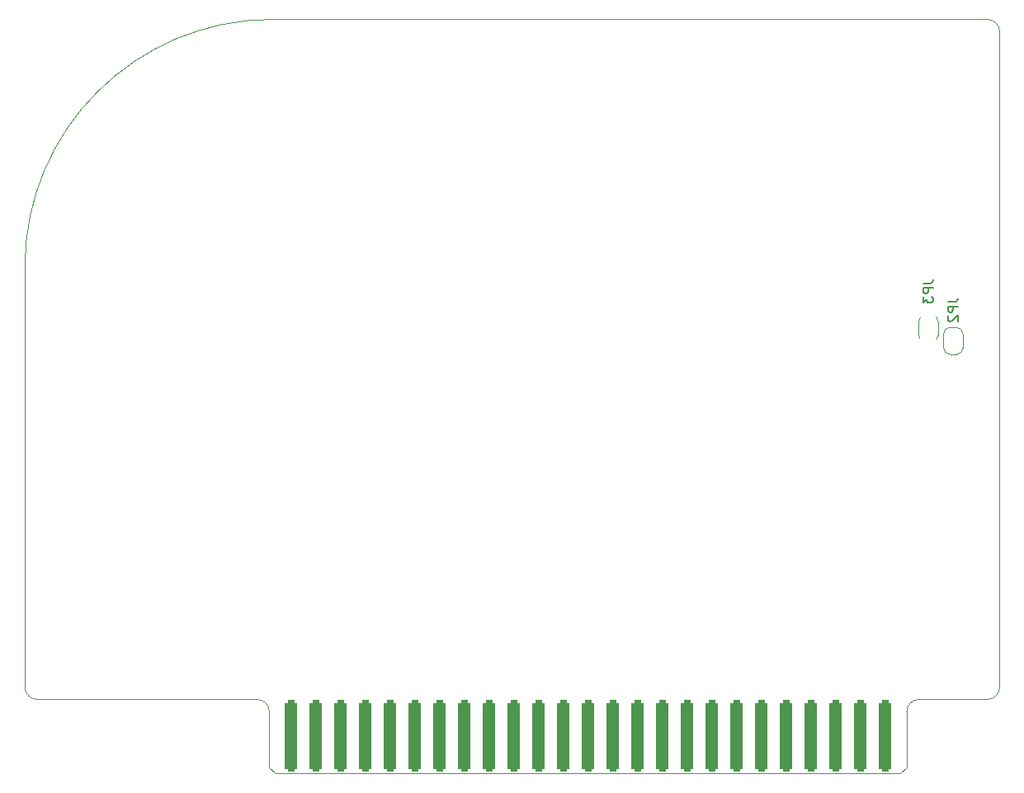
<source format=gbo>
G04 #@! TF.GenerationSoftware,KiCad,Pcbnew,7.0.2-0*
G04 #@! TF.CreationDate,2023-09-02T14:44:00-07:00*
G04 #@! TF.ProjectId,LanguageCard,4c616e67-7561-4676-9543-6172642e6b69,2*
G04 #@! TF.SameCoordinates,Original*
G04 #@! TF.FileFunction,Legend,Bot*
G04 #@! TF.FilePolarity,Positive*
%FSLAX46Y46*%
G04 Gerber Fmt 4.6, Leading zero omitted, Abs format (unit mm)*
G04 Created by KiCad (PCBNEW 7.0.2-0) date 2023-09-02 14:44:00*
%MOMM*%
%LPD*%
G01*
G04 APERTURE LIST*
G04 Aperture macros list*
%AMRoundRect*
0 Rectangle with rounded corners*
0 $1 Rounding radius*
0 $2 $3 $4 $5 $6 $7 $8 $9 X,Y pos of 4 corners*
0 Add a 4 corners polygon primitive as box body*
4,1,4,$2,$3,$4,$5,$6,$7,$8,$9,$2,$3,0*
0 Add four circle primitives for the rounded corners*
1,1,$1+$1,$2,$3*
1,1,$1+$1,$4,$5*
1,1,$1+$1,$6,$7*
1,1,$1+$1,$8,$9*
0 Add four rect primitives between the rounded corners*
20,1,$1+$1,$2,$3,$4,$5,0*
20,1,$1+$1,$4,$5,$6,$7,0*
20,1,$1+$1,$6,$7,$8,$9,0*
20,1,$1+$1,$8,$9,$2,$3,0*%
%AMFreePoly0*
4,1,19,0.500000,-0.750000,0.000000,-0.750000,0.000000,-0.744911,-0.071157,-0.744911,-0.207708,-0.704816,-0.327430,-0.627875,-0.420627,-0.520320,-0.479746,-0.390866,-0.500000,-0.250000,-0.500000,0.250000,-0.479746,0.390866,-0.420627,0.520320,-0.327430,0.627875,-0.207708,0.704816,-0.071157,0.744911,0.000000,0.744911,0.000000,0.750000,0.500000,0.750000,0.500000,-0.750000,0.500000,-0.750000,
$1*%
%AMFreePoly1*
4,1,19,0.000000,0.744911,0.071157,0.744911,0.207708,0.704816,0.327430,0.627875,0.420627,0.520320,0.479746,0.390866,0.500000,0.250000,0.500000,-0.250000,0.479746,-0.390866,0.420627,-0.520320,0.327430,-0.627875,0.207708,-0.704816,0.071157,-0.744911,0.000000,-0.744911,0.000000,-0.750000,-0.500000,-0.750000,-0.500000,0.750000,0.000000,0.750000,0.000000,0.744911,0.000000,0.744911,
$1*%
G04 Aperture macros list end*
%ADD10C,0.150000*%
%ADD11C,0.120000*%
%ADD12R,1.700000X1.700000*%
%ADD13O,1.700000X1.700000*%
%ADD14FreePoly0,90.000000*%
%ADD15FreePoly1,90.000000*%
%ADD16C,2.500000*%
%ADD17R,2.500000X2.500000*%
%ADD18C,1.600000*%
%ADD19O,1.600000X1.600000*%
%ADD20FreePoly0,270.000000*%
%ADD21FreePoly1,270.000000*%
%ADD22R,1.600000X1.600000*%
%ADD23R,1.800000X1.800000*%
%ADD24O,1.800000X1.800000*%
%ADD25C,1.800000*%
%ADD26RoundRect,0.317500X-0.317500X-3.365500X0.317500X-3.365500X0.317500X3.365500X-0.317500X3.365500X0*%
G04 #@! TA.AperFunction,Profile*
%ADD27C,0.100000*%
G04 #@! TD*
G04 APERTURE END LIST*
D10*
X170277619Y-52506666D02*
X170991904Y-52506666D01*
X170991904Y-52506666D02*
X171134761Y-52459047D01*
X171134761Y-52459047D02*
X171230000Y-52363809D01*
X171230000Y-52363809D02*
X171277619Y-52220952D01*
X171277619Y-52220952D02*
X171277619Y-52125714D01*
X171277619Y-52982857D02*
X170277619Y-52982857D01*
X170277619Y-52982857D02*
X170277619Y-53363809D01*
X170277619Y-53363809D02*
X170325238Y-53459047D01*
X170325238Y-53459047D02*
X170372857Y-53506666D01*
X170372857Y-53506666D02*
X170468095Y-53554285D01*
X170468095Y-53554285D02*
X170610952Y-53554285D01*
X170610952Y-53554285D02*
X170706190Y-53506666D01*
X170706190Y-53506666D02*
X170753809Y-53459047D01*
X170753809Y-53459047D02*
X170801428Y-53363809D01*
X170801428Y-53363809D02*
X170801428Y-52982857D01*
X170277619Y-53887619D02*
X170277619Y-54506666D01*
X170277619Y-54506666D02*
X170658571Y-54173333D01*
X170658571Y-54173333D02*
X170658571Y-54316190D01*
X170658571Y-54316190D02*
X170706190Y-54411428D01*
X170706190Y-54411428D02*
X170753809Y-54459047D01*
X170753809Y-54459047D02*
X170849047Y-54506666D01*
X170849047Y-54506666D02*
X171087142Y-54506666D01*
X171087142Y-54506666D02*
X171182380Y-54459047D01*
X171182380Y-54459047D02*
X171230000Y-54411428D01*
X171230000Y-54411428D02*
X171277619Y-54316190D01*
X171277619Y-54316190D02*
X171277619Y-54030476D01*
X171277619Y-54030476D02*
X171230000Y-53935238D01*
X171230000Y-53935238D02*
X171182380Y-53887619D01*
X172817619Y-54411666D02*
X173531904Y-54411666D01*
X173531904Y-54411666D02*
X173674761Y-54364047D01*
X173674761Y-54364047D02*
X173770000Y-54268809D01*
X173770000Y-54268809D02*
X173817619Y-54125952D01*
X173817619Y-54125952D02*
X173817619Y-54030714D01*
X173817619Y-54887857D02*
X172817619Y-54887857D01*
X172817619Y-54887857D02*
X172817619Y-55268809D01*
X172817619Y-55268809D02*
X172865238Y-55364047D01*
X172865238Y-55364047D02*
X172912857Y-55411666D01*
X172912857Y-55411666D02*
X173008095Y-55459285D01*
X173008095Y-55459285D02*
X173150952Y-55459285D01*
X173150952Y-55459285D02*
X173246190Y-55411666D01*
X173246190Y-55411666D02*
X173293809Y-55364047D01*
X173293809Y-55364047D02*
X173341428Y-55268809D01*
X173341428Y-55268809D02*
X173341428Y-54887857D01*
X172912857Y-55840238D02*
X172865238Y-55887857D01*
X172865238Y-55887857D02*
X172817619Y-55983095D01*
X172817619Y-55983095D02*
X172817619Y-56221190D01*
X172817619Y-56221190D02*
X172865238Y-56316428D01*
X172865238Y-56316428D02*
X172912857Y-56364047D01*
X172912857Y-56364047D02*
X173008095Y-56411666D01*
X173008095Y-56411666D02*
X173103333Y-56411666D01*
X173103333Y-56411666D02*
X173246190Y-56364047D01*
X173246190Y-56364047D02*
X173817619Y-55792619D01*
X173817619Y-55792619D02*
X173817619Y-56411666D01*
D11*
X171815000Y-57850000D02*
X171815000Y-56450000D01*
X169815000Y-56450000D02*
X169815000Y-57850000D01*
X171115000Y-55750000D02*
X170515000Y-55750000D01*
X170515000Y-58550000D02*
X171115000Y-58550000D01*
X171815000Y-56450000D02*
G75*
G03*
X171115000Y-55750000I-700000J0D01*
G01*
X171115000Y-58550000D02*
G75*
G03*
X171815000Y-57850000I1J699999D01*
G01*
X169815000Y-57850000D02*
G75*
G03*
X170515000Y-58550000I699999J-1D01*
G01*
X170515000Y-55750000D02*
G75*
G03*
X169815000Y-56450000I0J-700000D01*
G01*
X172355000Y-57720000D02*
X172355000Y-59120000D01*
X174355000Y-59120000D02*
X174355000Y-57720000D01*
X173055000Y-59820000D02*
X173655000Y-59820000D01*
X173655000Y-57020000D02*
X173055000Y-57020000D01*
X172355000Y-59120000D02*
G75*
G03*
X173055000Y-59820000I700000J0D01*
G01*
X173055000Y-57020000D02*
G75*
G03*
X172355000Y-57720000I-1J-699999D01*
G01*
X174355000Y-57720000D02*
G75*
G03*
X173655000Y-57020000I-699999J1D01*
G01*
X173655000Y-59820000D02*
G75*
G03*
X174355000Y-59120000I0J700000D01*
G01*
%LPC*%
D10*
X168275000Y-102997000D02*
X103505000Y-102997000D01*
X103505000Y-95377000D01*
X168275000Y-95377000D01*
X168275000Y-102997000D01*
G36*
X168275000Y-102997000D02*
G01*
X103505000Y-102997000D01*
X103505000Y-95377000D01*
X168275000Y-95377000D01*
X168275000Y-102997000D01*
G37*
D12*
X170815000Y-60960000D03*
D13*
X168275000Y-60960000D03*
X170815000Y-58420000D03*
X168275000Y-58420000D03*
X170815000Y-55880000D03*
X168275000Y-55880000D03*
D14*
X170815000Y-57800000D03*
D15*
X170815000Y-56500000D03*
D16*
X163830000Y-53721000D03*
X163830000Y-58420000D03*
X163830000Y-63119000D03*
X160020000Y-53721000D03*
X160020000Y-58420000D03*
D17*
X160020000Y-63119000D03*
D16*
X176530000Y-55880000D03*
X176530000Y-60960000D03*
D18*
X140970000Y-63500000D03*
D19*
X140970000Y-53340000D03*
D20*
X173355000Y-57770000D03*
D21*
X173355000Y-59070000D03*
D22*
X95250000Y-49530000D03*
D19*
X95250000Y-52070000D03*
X95250000Y-54610000D03*
X95250000Y-57150000D03*
X95250000Y-59690000D03*
X95250000Y-62230000D03*
X95250000Y-64770000D03*
X95250000Y-67310000D03*
X95250000Y-69850000D03*
X95250000Y-72390000D03*
X95250000Y-74930000D03*
X95250000Y-77470000D03*
X95250000Y-80010000D03*
X95250000Y-82550000D03*
X102870000Y-82550000D03*
X102870000Y-80010000D03*
X102870000Y-77470000D03*
X102870000Y-74930000D03*
X102870000Y-72390000D03*
X102870000Y-69850000D03*
X102870000Y-67310000D03*
X102870000Y-64770000D03*
X102870000Y-62230000D03*
X102870000Y-59690000D03*
X102870000Y-57150000D03*
X102870000Y-54610000D03*
X102870000Y-52070000D03*
X102870000Y-49530000D03*
D18*
X158750000Y-29210000D03*
D19*
X158750000Y-39370000D03*
D18*
X168910000Y-29210000D03*
D19*
X168910000Y-39370000D03*
D18*
X137160000Y-63500000D03*
D19*
X137160000Y-53340000D03*
D22*
X135890000Y-74930000D03*
D19*
X138430000Y-74930000D03*
X140970000Y-74930000D03*
X143510000Y-74930000D03*
X146050000Y-74930000D03*
X148590000Y-74930000D03*
X151130000Y-74930000D03*
X151130000Y-67310000D03*
X148590000Y-67310000D03*
X146050000Y-67310000D03*
X143510000Y-67310000D03*
X140970000Y-67310000D03*
X138430000Y-67310000D03*
X135890000Y-67310000D03*
D22*
X135890000Y-49530000D03*
D19*
X138430000Y-49530000D03*
X140970000Y-49530000D03*
X143510000Y-49530000D03*
X146050000Y-49530000D03*
X148590000Y-49530000D03*
X151130000Y-49530000D03*
X151130000Y-41910000D03*
X148590000Y-41910000D03*
X146050000Y-41910000D03*
X143510000Y-41910000D03*
X140970000Y-41910000D03*
X138430000Y-41910000D03*
X135890000Y-41910000D03*
D18*
X148590000Y-53340000D03*
D19*
X148590000Y-63500000D03*
D18*
X148590000Y-29210000D03*
D19*
X148590000Y-39370000D03*
D23*
X100330000Y-29210000D03*
D24*
X100330000Y-36830000D03*
D19*
X124460000Y-49530000D03*
X124460000Y-52070000D03*
X124460000Y-54610000D03*
X124460000Y-57150000D03*
X124460000Y-59690000D03*
X124460000Y-62230000D03*
X124460000Y-64770000D03*
X124460000Y-67310000D03*
X124460000Y-69850000D03*
X124460000Y-72390000D03*
X124460000Y-74930000D03*
X124460000Y-77470000D03*
X124460000Y-80010000D03*
X124460000Y-82550000D03*
X109220000Y-82550000D03*
X109220000Y-80010000D03*
X109220000Y-77470000D03*
X109220000Y-74930000D03*
X109220000Y-72390000D03*
X109220000Y-69850000D03*
X109220000Y-67310000D03*
X109220000Y-64770000D03*
X109220000Y-62230000D03*
X109220000Y-59690000D03*
X109220000Y-57150000D03*
X109220000Y-54610000D03*
X109220000Y-52070000D03*
D22*
X109220000Y-49530000D03*
D18*
X175895000Y-40620000D03*
X175895000Y-38120000D03*
X130830000Y-77470000D03*
X133330000Y-77470000D03*
D19*
X157480000Y-41910000D03*
X160020000Y-41910000D03*
X162560000Y-41910000D03*
X165100000Y-41910000D03*
X167640000Y-41910000D03*
X170180000Y-41910000D03*
X172720000Y-41910000D03*
X172720000Y-49530000D03*
X170180000Y-49530000D03*
X167640000Y-49530000D03*
X165100000Y-49530000D03*
X162560000Y-49530000D03*
X160020000Y-49530000D03*
D22*
X157480000Y-49530000D03*
D18*
X106680000Y-38100000D03*
D19*
X106680000Y-27940000D03*
D22*
X111760000Y-35624888D03*
D18*
X111760000Y-38124888D03*
D23*
X175260000Y-30480000D03*
D25*
X172720000Y-30480000D03*
D18*
X133330000Y-58420000D03*
X130830000Y-58420000D03*
X92075000Y-88245000D03*
X92075000Y-85745000D03*
D22*
X157480000Y-87630000D03*
D19*
X160020000Y-87630000D03*
X162560000Y-87630000D03*
X165100000Y-87630000D03*
X167640000Y-87630000D03*
X170180000Y-87630000D03*
X172720000Y-87630000D03*
X172720000Y-80010000D03*
X170180000Y-80010000D03*
X167640000Y-80010000D03*
X165100000Y-80010000D03*
X162560000Y-80010000D03*
X160020000Y-80010000D03*
X157480000Y-80010000D03*
D18*
X132080000Y-43160000D03*
X132080000Y-40660000D03*
D22*
X81280000Y-49530000D03*
D19*
X81280000Y-52070000D03*
X81280000Y-54610000D03*
X81280000Y-57150000D03*
X81280000Y-59690000D03*
X81280000Y-62230000D03*
X81280000Y-64770000D03*
X81280000Y-67310000D03*
X81280000Y-69850000D03*
X81280000Y-72390000D03*
X81280000Y-74930000D03*
X81280000Y-77470000D03*
X81280000Y-80010000D03*
X81280000Y-82550000D03*
X88900000Y-82550000D03*
X88900000Y-80010000D03*
X88900000Y-77470000D03*
X88900000Y-74930000D03*
X88900000Y-72390000D03*
X88900000Y-69850000D03*
X88900000Y-67310000D03*
X88900000Y-64770000D03*
X88900000Y-62230000D03*
X88900000Y-59690000D03*
X88900000Y-57150000D03*
X88900000Y-54610000D03*
X88900000Y-52070000D03*
X88900000Y-49530000D03*
D18*
X116840000Y-31730000D03*
X116840000Y-29230000D03*
X154305000Y-39390000D03*
D19*
X154305000Y-41890000D03*
D18*
X155555000Y-58420000D03*
X153055000Y-58420000D03*
X103505000Y-27940000D03*
D19*
X103505000Y-38100000D03*
X157480000Y-67310000D03*
X160020000Y-67310000D03*
X162560000Y-67310000D03*
X165100000Y-67310000D03*
X167640000Y-67310000D03*
X170180000Y-67310000D03*
X172720000Y-67310000D03*
X172720000Y-74930000D03*
X170180000Y-74930000D03*
X167640000Y-74930000D03*
X165100000Y-74930000D03*
X162560000Y-74930000D03*
X160020000Y-74930000D03*
D22*
X157480000Y-74930000D03*
D23*
X165100000Y-30480000D03*
D25*
X162560000Y-30480000D03*
D18*
X155560000Y-77470000D03*
X153060000Y-77470000D03*
D22*
X123190000Y-36830000D03*
D19*
X125730000Y-36830000D03*
X128270000Y-36830000D03*
X130810000Y-36830000D03*
X133350000Y-36830000D03*
X135890000Y-36830000D03*
X138430000Y-36830000D03*
X140970000Y-36830000D03*
X140970000Y-29210000D03*
X138430000Y-29210000D03*
X135890000Y-29210000D03*
X133350000Y-29210000D03*
X130810000Y-29210000D03*
X128270000Y-29210000D03*
X125730000Y-29210000D03*
X123190000Y-29210000D03*
X124460000Y-54610000D03*
X124460000Y-57150000D03*
X124460000Y-59690000D03*
X124460000Y-62230000D03*
X124460000Y-64770000D03*
X124460000Y-67310000D03*
X124460000Y-69850000D03*
X124460000Y-72390000D03*
X124460000Y-74930000D03*
X124460000Y-77470000D03*
X124460000Y-80010000D03*
X124460000Y-82550000D03*
X109220000Y-82550000D03*
X109220000Y-80010000D03*
X109220000Y-77470000D03*
X109220000Y-74930000D03*
X109220000Y-72390000D03*
X109220000Y-69850000D03*
X109220000Y-67310000D03*
X109220000Y-64770000D03*
X109220000Y-62230000D03*
X109220000Y-59690000D03*
X109220000Y-57150000D03*
D22*
X109220000Y-54610000D03*
D18*
X92075000Y-40660000D03*
X92075000Y-43160000D03*
D26*
X166370000Y-99060000D03*
X163830000Y-99060000D03*
X161290000Y-99060000D03*
X158750000Y-99060000D03*
X156210000Y-99060000D03*
X153670000Y-99060000D03*
X151130000Y-99060000D03*
X148590000Y-99060000D03*
X146050000Y-99060000D03*
X143510000Y-99060000D03*
X140970000Y-99060000D03*
X138430000Y-99060000D03*
X135890000Y-99060000D03*
X133350000Y-99060000D03*
X130810000Y-99060000D03*
X128270000Y-99060000D03*
X125730000Y-99060000D03*
X123190000Y-99060000D03*
X120650000Y-99060000D03*
X118110000Y-99060000D03*
X115570000Y-99060000D03*
X113030000Y-99060000D03*
X110490000Y-99060000D03*
X107950000Y-99060000D03*
X105410000Y-99060000D03*
D23*
X154940000Y-30480000D03*
D25*
X152400000Y-30480000D03*
D22*
X135895000Y-87630000D03*
D19*
X138435000Y-87630000D03*
X140975000Y-87630000D03*
X143515000Y-87630000D03*
X146055000Y-87630000D03*
X148595000Y-87630000D03*
X151135000Y-87630000D03*
X151135000Y-80010000D03*
X148595000Y-80010000D03*
X146055000Y-80010000D03*
X143515000Y-80010000D03*
X140975000Y-80010000D03*
X138435000Y-80010000D03*
X135895000Y-80010000D03*
%LPD*%
D27*
X78105000Y-93980000D02*
G75*
G03*
X79375000Y-95250000I1270000J0D01*
G01*
X176847500Y-25400000D02*
X103505000Y-25400000D01*
X103187500Y-102235000D02*
X103822500Y-102870000D01*
X169862500Y-95250000D02*
X176847500Y-95250000D01*
X78105000Y-93980000D02*
X78105000Y-50800000D01*
X103187500Y-96520000D02*
G75*
G03*
X101917500Y-95250000I-1270000J0D01*
G01*
X178117500Y-93980000D02*
X178117500Y-26670000D01*
X103187500Y-96520000D02*
X103187500Y-102235000D01*
X79375000Y-95250000D02*
X101917500Y-95250000D01*
X176847500Y-95250000D02*
G75*
G03*
X178117500Y-93980000I0J1270000D01*
G01*
X178117500Y-26670000D02*
G75*
G03*
X176847500Y-25400000I-1270000J0D01*
G01*
X167957500Y-102870000D02*
X103822500Y-102870000D01*
X168592500Y-96520000D02*
X168592500Y-102235000D01*
X169862500Y-95250000D02*
G75*
G03*
X168592500Y-96520000I0J-1270000D01*
G01*
X168592500Y-102235000D02*
X167957500Y-102870000D01*
X103505000Y-25400000D02*
G75*
G03*
X78105000Y-50800000I0J-25400000D01*
G01*
M02*

</source>
